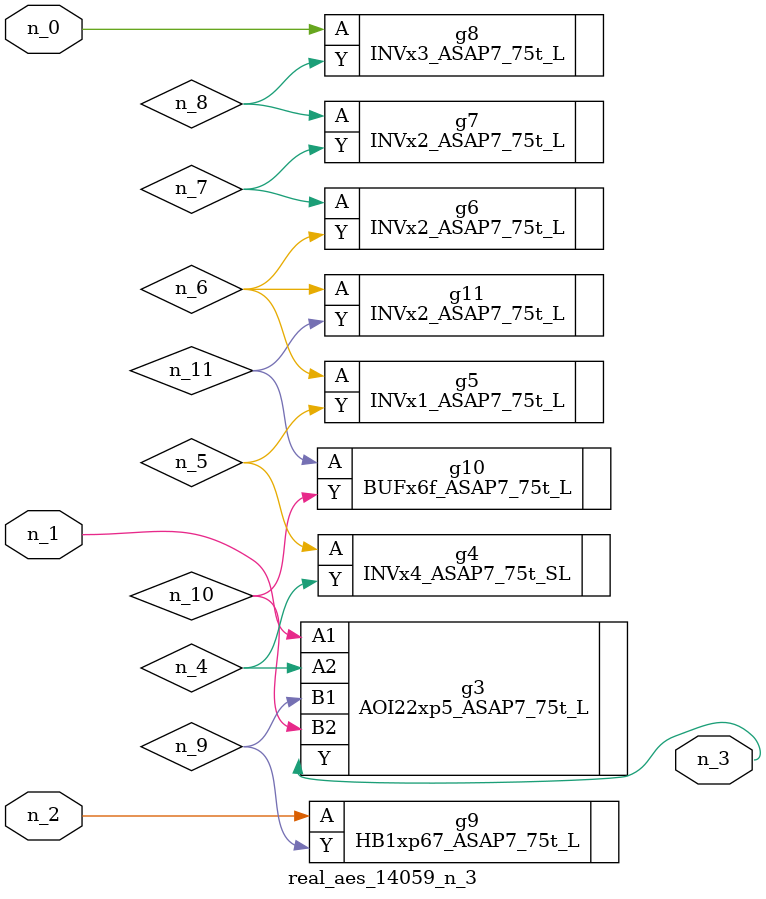
<source format=v>
module real_aes_14059_n_3 (n_0, n_2, n_1, n_3);
input n_0;
input n_2;
input n_1;
output n_3;
wire n_4;
wire n_5;
wire n_7;
wire n_9;
wire n_6;
wire n_8;
wire n_10;
wire n_11;
INVx3_ASAP7_75t_L g8 ( .A(n_0), .Y(n_8) );
AOI22xp5_ASAP7_75t_L g3 ( .A1(n_1), .A2(n_4), .B1(n_9), .B2(n_10), .Y(n_3) );
HB1xp67_ASAP7_75t_L g9 ( .A(n_2), .Y(n_9) );
INVx4_ASAP7_75t_SL g4 ( .A(n_5), .Y(n_4) );
INVx1_ASAP7_75t_L g5 ( .A(n_6), .Y(n_5) );
INVx2_ASAP7_75t_L g11 ( .A(n_6), .Y(n_11) );
INVx2_ASAP7_75t_L g6 ( .A(n_7), .Y(n_6) );
INVx2_ASAP7_75t_L g7 ( .A(n_8), .Y(n_7) );
BUFx6f_ASAP7_75t_L g10 ( .A(n_11), .Y(n_10) );
endmodule
</source>
